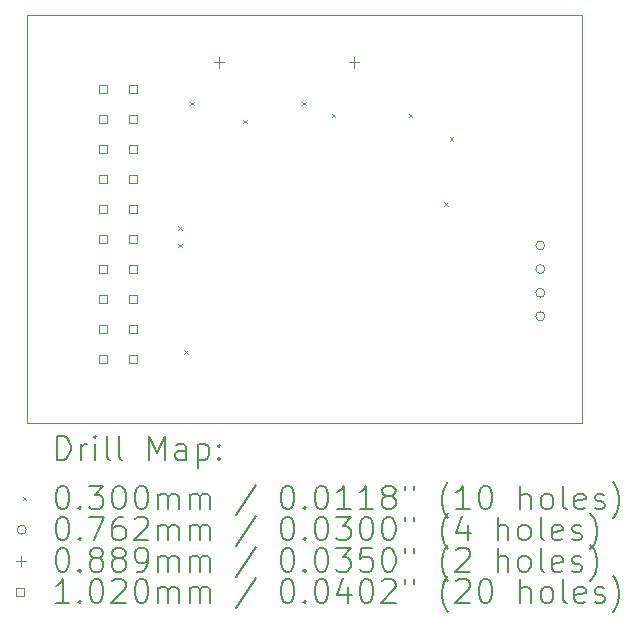
<source format=gbr>
%TF.GenerationSoftware,KiCad,Pcbnew,8.0.3*%
%TF.CreationDate,2024-11-23T22:22:21-05:00*%
%TF.ProjectId,MH24BN0001_hw,4d483234-424e-4303-9030-315f68772e6b,rev?*%
%TF.SameCoordinates,Original*%
%TF.FileFunction,Drillmap*%
%TF.FilePolarity,Positive*%
%FSLAX45Y45*%
G04 Gerber Fmt 4.5, Leading zero omitted, Abs format (unit mm)*
G04 Created by KiCad (PCBNEW 8.0.3) date 2024-11-23 22:22:21*
%MOMM*%
%LPD*%
G01*
G04 APERTURE LIST*
%ADD10C,0.050000*%
%ADD11C,0.200000*%
%ADD12C,0.100000*%
%ADD13C,0.102000*%
G04 APERTURE END LIST*
D10*
X2550000Y-2550000D02*
X7250000Y-2550000D01*
X7250000Y-6000000D01*
X2550000Y-6000000D01*
X2550000Y-2550000D01*
D11*
D12*
X3835000Y-4335000D02*
X3865000Y-4365000D01*
X3865000Y-4335000D02*
X3835000Y-4365000D01*
X3835000Y-4485000D02*
X3865000Y-4515000D01*
X3865000Y-4485000D02*
X3835000Y-4515000D01*
X3885000Y-5385000D02*
X3915000Y-5415000D01*
X3915000Y-5385000D02*
X3885000Y-5415000D01*
X3935000Y-3285000D02*
X3965000Y-3315000D01*
X3965000Y-3285000D02*
X3935000Y-3315000D01*
X4385000Y-3435000D02*
X4415000Y-3465000D01*
X4415000Y-3435000D02*
X4385000Y-3465000D01*
X4885000Y-3285000D02*
X4915000Y-3315000D01*
X4915000Y-3285000D02*
X4885000Y-3315000D01*
X5135000Y-3385000D02*
X5165000Y-3415000D01*
X5165000Y-3385000D02*
X5135000Y-3415000D01*
X5785000Y-3385000D02*
X5815000Y-3415000D01*
X5815000Y-3385000D02*
X5785000Y-3415000D01*
X6085000Y-4135000D02*
X6115000Y-4165000D01*
X6115000Y-4135000D02*
X6085000Y-4165000D01*
X6135000Y-3585000D02*
X6165000Y-3615000D01*
X6165000Y-3585000D02*
X6135000Y-3615000D01*
X6938100Y-4500000D02*
G75*
G02*
X6861900Y-4500000I-38100J0D01*
G01*
X6861900Y-4500000D02*
G75*
G02*
X6938100Y-4500000I38100J0D01*
G01*
X6938100Y-4700000D02*
G75*
G02*
X6861900Y-4700000I-38100J0D01*
G01*
X6861900Y-4700000D02*
G75*
G02*
X6938100Y-4700000I38100J0D01*
G01*
X6938100Y-4900000D02*
G75*
G02*
X6861900Y-4900000I-38100J0D01*
G01*
X6861900Y-4900000D02*
G75*
G02*
X6938100Y-4900000I38100J0D01*
G01*
X6938100Y-5100000D02*
G75*
G02*
X6861900Y-5100000I-38100J0D01*
G01*
X6861900Y-5100000D02*
G75*
G02*
X6938100Y-5100000I38100J0D01*
G01*
X4178500Y-2905550D02*
X4178500Y-2994450D01*
X4134050Y-2950000D02*
X4222950Y-2950000D01*
X5321500Y-2905550D02*
X5321500Y-2994450D01*
X5277050Y-2950000D02*
X5365950Y-2950000D01*
D13*
X3232063Y-3212063D02*
X3232063Y-3139937D01*
X3159937Y-3139937D01*
X3159937Y-3212063D01*
X3232063Y-3212063D01*
X3232063Y-3466063D02*
X3232063Y-3393937D01*
X3159937Y-3393937D01*
X3159937Y-3466063D01*
X3232063Y-3466063D01*
X3232063Y-3720063D02*
X3232063Y-3647937D01*
X3159937Y-3647937D01*
X3159937Y-3720063D01*
X3232063Y-3720063D01*
X3232063Y-3974063D02*
X3232063Y-3901937D01*
X3159937Y-3901937D01*
X3159937Y-3974063D01*
X3232063Y-3974063D01*
X3232063Y-4228063D02*
X3232063Y-4155937D01*
X3159937Y-4155937D01*
X3159937Y-4228063D01*
X3232063Y-4228063D01*
X3232063Y-4482063D02*
X3232063Y-4409937D01*
X3159937Y-4409937D01*
X3159937Y-4482063D01*
X3232063Y-4482063D01*
X3232063Y-4736063D02*
X3232063Y-4663937D01*
X3159937Y-4663937D01*
X3159937Y-4736063D01*
X3232063Y-4736063D01*
X3232063Y-4990063D02*
X3232063Y-4917937D01*
X3159937Y-4917937D01*
X3159937Y-4990063D01*
X3232063Y-4990063D01*
X3232063Y-5244063D02*
X3232063Y-5171937D01*
X3159937Y-5171937D01*
X3159937Y-5244063D01*
X3232063Y-5244063D01*
X3232063Y-5498063D02*
X3232063Y-5425937D01*
X3159937Y-5425937D01*
X3159937Y-5498063D01*
X3232063Y-5498063D01*
X3486063Y-3212063D02*
X3486063Y-3139937D01*
X3413937Y-3139937D01*
X3413937Y-3212063D01*
X3486063Y-3212063D01*
X3486063Y-3466063D02*
X3486063Y-3393937D01*
X3413937Y-3393937D01*
X3413937Y-3466063D01*
X3486063Y-3466063D01*
X3486063Y-3720063D02*
X3486063Y-3647937D01*
X3413937Y-3647937D01*
X3413937Y-3720063D01*
X3486063Y-3720063D01*
X3486063Y-3974063D02*
X3486063Y-3901937D01*
X3413937Y-3901937D01*
X3413937Y-3974063D01*
X3486063Y-3974063D01*
X3486063Y-4228063D02*
X3486063Y-4155937D01*
X3413937Y-4155937D01*
X3413937Y-4228063D01*
X3486063Y-4228063D01*
X3486063Y-4482063D02*
X3486063Y-4409937D01*
X3413937Y-4409937D01*
X3413937Y-4482063D01*
X3486063Y-4482063D01*
X3486063Y-4736063D02*
X3486063Y-4663937D01*
X3413937Y-4663937D01*
X3413937Y-4736063D01*
X3486063Y-4736063D01*
X3486063Y-4990063D02*
X3486063Y-4917937D01*
X3413937Y-4917937D01*
X3413937Y-4990063D01*
X3486063Y-4990063D01*
X3486063Y-5244063D02*
X3486063Y-5171937D01*
X3413937Y-5171937D01*
X3413937Y-5244063D01*
X3486063Y-5244063D01*
X3486063Y-5498063D02*
X3486063Y-5425937D01*
X3413937Y-5425937D01*
X3413937Y-5498063D01*
X3486063Y-5498063D01*
D11*
X2808277Y-6313984D02*
X2808277Y-6113984D01*
X2808277Y-6113984D02*
X2855896Y-6113984D01*
X2855896Y-6113984D02*
X2884467Y-6123508D01*
X2884467Y-6123508D02*
X2903515Y-6142555D01*
X2903515Y-6142555D02*
X2913039Y-6161603D01*
X2913039Y-6161603D02*
X2922562Y-6199698D01*
X2922562Y-6199698D02*
X2922562Y-6228269D01*
X2922562Y-6228269D02*
X2913039Y-6266365D01*
X2913039Y-6266365D02*
X2903515Y-6285412D01*
X2903515Y-6285412D02*
X2884467Y-6304460D01*
X2884467Y-6304460D02*
X2855896Y-6313984D01*
X2855896Y-6313984D02*
X2808277Y-6313984D01*
X3008277Y-6313984D02*
X3008277Y-6180650D01*
X3008277Y-6218746D02*
X3017801Y-6199698D01*
X3017801Y-6199698D02*
X3027324Y-6190174D01*
X3027324Y-6190174D02*
X3046372Y-6180650D01*
X3046372Y-6180650D02*
X3065420Y-6180650D01*
X3132086Y-6313984D02*
X3132086Y-6180650D01*
X3132086Y-6113984D02*
X3122562Y-6123508D01*
X3122562Y-6123508D02*
X3132086Y-6133031D01*
X3132086Y-6133031D02*
X3141610Y-6123508D01*
X3141610Y-6123508D02*
X3132086Y-6113984D01*
X3132086Y-6113984D02*
X3132086Y-6133031D01*
X3255896Y-6313984D02*
X3236848Y-6304460D01*
X3236848Y-6304460D02*
X3227324Y-6285412D01*
X3227324Y-6285412D02*
X3227324Y-6113984D01*
X3360658Y-6313984D02*
X3341610Y-6304460D01*
X3341610Y-6304460D02*
X3332086Y-6285412D01*
X3332086Y-6285412D02*
X3332086Y-6113984D01*
X3589229Y-6313984D02*
X3589229Y-6113984D01*
X3589229Y-6113984D02*
X3655896Y-6256841D01*
X3655896Y-6256841D02*
X3722562Y-6113984D01*
X3722562Y-6113984D02*
X3722562Y-6313984D01*
X3903515Y-6313984D02*
X3903515Y-6209222D01*
X3903515Y-6209222D02*
X3893991Y-6190174D01*
X3893991Y-6190174D02*
X3874943Y-6180650D01*
X3874943Y-6180650D02*
X3836848Y-6180650D01*
X3836848Y-6180650D02*
X3817801Y-6190174D01*
X3903515Y-6304460D02*
X3884467Y-6313984D01*
X3884467Y-6313984D02*
X3836848Y-6313984D01*
X3836848Y-6313984D02*
X3817801Y-6304460D01*
X3817801Y-6304460D02*
X3808277Y-6285412D01*
X3808277Y-6285412D02*
X3808277Y-6266365D01*
X3808277Y-6266365D02*
X3817801Y-6247317D01*
X3817801Y-6247317D02*
X3836848Y-6237793D01*
X3836848Y-6237793D02*
X3884467Y-6237793D01*
X3884467Y-6237793D02*
X3903515Y-6228269D01*
X3998753Y-6180650D02*
X3998753Y-6380650D01*
X3998753Y-6190174D02*
X4017801Y-6180650D01*
X4017801Y-6180650D02*
X4055896Y-6180650D01*
X4055896Y-6180650D02*
X4074943Y-6190174D01*
X4074943Y-6190174D02*
X4084467Y-6199698D01*
X4084467Y-6199698D02*
X4093991Y-6218746D01*
X4093991Y-6218746D02*
X4093991Y-6275888D01*
X4093991Y-6275888D02*
X4084467Y-6294936D01*
X4084467Y-6294936D02*
X4074943Y-6304460D01*
X4074943Y-6304460D02*
X4055896Y-6313984D01*
X4055896Y-6313984D02*
X4017801Y-6313984D01*
X4017801Y-6313984D02*
X3998753Y-6304460D01*
X4179705Y-6294936D02*
X4189229Y-6304460D01*
X4189229Y-6304460D02*
X4179705Y-6313984D01*
X4179705Y-6313984D02*
X4170182Y-6304460D01*
X4170182Y-6304460D02*
X4179705Y-6294936D01*
X4179705Y-6294936D02*
X4179705Y-6313984D01*
X4179705Y-6190174D02*
X4189229Y-6199698D01*
X4189229Y-6199698D02*
X4179705Y-6209222D01*
X4179705Y-6209222D02*
X4170182Y-6199698D01*
X4170182Y-6199698D02*
X4179705Y-6190174D01*
X4179705Y-6190174D02*
X4179705Y-6209222D01*
D12*
X2517500Y-6627500D02*
X2547500Y-6657500D01*
X2547500Y-6627500D02*
X2517500Y-6657500D01*
D11*
X2846372Y-6533984D02*
X2865420Y-6533984D01*
X2865420Y-6533984D02*
X2884467Y-6543508D01*
X2884467Y-6543508D02*
X2893991Y-6553031D01*
X2893991Y-6553031D02*
X2903515Y-6572079D01*
X2903515Y-6572079D02*
X2913039Y-6610174D01*
X2913039Y-6610174D02*
X2913039Y-6657793D01*
X2913039Y-6657793D02*
X2903515Y-6695888D01*
X2903515Y-6695888D02*
X2893991Y-6714936D01*
X2893991Y-6714936D02*
X2884467Y-6724460D01*
X2884467Y-6724460D02*
X2865420Y-6733984D01*
X2865420Y-6733984D02*
X2846372Y-6733984D01*
X2846372Y-6733984D02*
X2827324Y-6724460D01*
X2827324Y-6724460D02*
X2817801Y-6714936D01*
X2817801Y-6714936D02*
X2808277Y-6695888D01*
X2808277Y-6695888D02*
X2798753Y-6657793D01*
X2798753Y-6657793D02*
X2798753Y-6610174D01*
X2798753Y-6610174D02*
X2808277Y-6572079D01*
X2808277Y-6572079D02*
X2817801Y-6553031D01*
X2817801Y-6553031D02*
X2827324Y-6543508D01*
X2827324Y-6543508D02*
X2846372Y-6533984D01*
X2998753Y-6714936D02*
X3008277Y-6724460D01*
X3008277Y-6724460D02*
X2998753Y-6733984D01*
X2998753Y-6733984D02*
X2989229Y-6724460D01*
X2989229Y-6724460D02*
X2998753Y-6714936D01*
X2998753Y-6714936D02*
X2998753Y-6733984D01*
X3074943Y-6533984D02*
X3198753Y-6533984D01*
X3198753Y-6533984D02*
X3132086Y-6610174D01*
X3132086Y-6610174D02*
X3160658Y-6610174D01*
X3160658Y-6610174D02*
X3179705Y-6619698D01*
X3179705Y-6619698D02*
X3189229Y-6629222D01*
X3189229Y-6629222D02*
X3198753Y-6648269D01*
X3198753Y-6648269D02*
X3198753Y-6695888D01*
X3198753Y-6695888D02*
X3189229Y-6714936D01*
X3189229Y-6714936D02*
X3179705Y-6724460D01*
X3179705Y-6724460D02*
X3160658Y-6733984D01*
X3160658Y-6733984D02*
X3103515Y-6733984D01*
X3103515Y-6733984D02*
X3084467Y-6724460D01*
X3084467Y-6724460D02*
X3074943Y-6714936D01*
X3322562Y-6533984D02*
X3341610Y-6533984D01*
X3341610Y-6533984D02*
X3360658Y-6543508D01*
X3360658Y-6543508D02*
X3370182Y-6553031D01*
X3370182Y-6553031D02*
X3379705Y-6572079D01*
X3379705Y-6572079D02*
X3389229Y-6610174D01*
X3389229Y-6610174D02*
X3389229Y-6657793D01*
X3389229Y-6657793D02*
X3379705Y-6695888D01*
X3379705Y-6695888D02*
X3370182Y-6714936D01*
X3370182Y-6714936D02*
X3360658Y-6724460D01*
X3360658Y-6724460D02*
X3341610Y-6733984D01*
X3341610Y-6733984D02*
X3322562Y-6733984D01*
X3322562Y-6733984D02*
X3303515Y-6724460D01*
X3303515Y-6724460D02*
X3293991Y-6714936D01*
X3293991Y-6714936D02*
X3284467Y-6695888D01*
X3284467Y-6695888D02*
X3274943Y-6657793D01*
X3274943Y-6657793D02*
X3274943Y-6610174D01*
X3274943Y-6610174D02*
X3284467Y-6572079D01*
X3284467Y-6572079D02*
X3293991Y-6553031D01*
X3293991Y-6553031D02*
X3303515Y-6543508D01*
X3303515Y-6543508D02*
X3322562Y-6533984D01*
X3513039Y-6533984D02*
X3532086Y-6533984D01*
X3532086Y-6533984D02*
X3551134Y-6543508D01*
X3551134Y-6543508D02*
X3560658Y-6553031D01*
X3560658Y-6553031D02*
X3570182Y-6572079D01*
X3570182Y-6572079D02*
X3579705Y-6610174D01*
X3579705Y-6610174D02*
X3579705Y-6657793D01*
X3579705Y-6657793D02*
X3570182Y-6695888D01*
X3570182Y-6695888D02*
X3560658Y-6714936D01*
X3560658Y-6714936D02*
X3551134Y-6724460D01*
X3551134Y-6724460D02*
X3532086Y-6733984D01*
X3532086Y-6733984D02*
X3513039Y-6733984D01*
X3513039Y-6733984D02*
X3493991Y-6724460D01*
X3493991Y-6724460D02*
X3484467Y-6714936D01*
X3484467Y-6714936D02*
X3474943Y-6695888D01*
X3474943Y-6695888D02*
X3465420Y-6657793D01*
X3465420Y-6657793D02*
X3465420Y-6610174D01*
X3465420Y-6610174D02*
X3474943Y-6572079D01*
X3474943Y-6572079D02*
X3484467Y-6553031D01*
X3484467Y-6553031D02*
X3493991Y-6543508D01*
X3493991Y-6543508D02*
X3513039Y-6533984D01*
X3665420Y-6733984D02*
X3665420Y-6600650D01*
X3665420Y-6619698D02*
X3674943Y-6610174D01*
X3674943Y-6610174D02*
X3693991Y-6600650D01*
X3693991Y-6600650D02*
X3722563Y-6600650D01*
X3722563Y-6600650D02*
X3741610Y-6610174D01*
X3741610Y-6610174D02*
X3751134Y-6629222D01*
X3751134Y-6629222D02*
X3751134Y-6733984D01*
X3751134Y-6629222D02*
X3760658Y-6610174D01*
X3760658Y-6610174D02*
X3779705Y-6600650D01*
X3779705Y-6600650D02*
X3808277Y-6600650D01*
X3808277Y-6600650D02*
X3827324Y-6610174D01*
X3827324Y-6610174D02*
X3836848Y-6629222D01*
X3836848Y-6629222D02*
X3836848Y-6733984D01*
X3932086Y-6733984D02*
X3932086Y-6600650D01*
X3932086Y-6619698D02*
X3941610Y-6610174D01*
X3941610Y-6610174D02*
X3960658Y-6600650D01*
X3960658Y-6600650D02*
X3989229Y-6600650D01*
X3989229Y-6600650D02*
X4008277Y-6610174D01*
X4008277Y-6610174D02*
X4017801Y-6629222D01*
X4017801Y-6629222D02*
X4017801Y-6733984D01*
X4017801Y-6629222D02*
X4027324Y-6610174D01*
X4027324Y-6610174D02*
X4046372Y-6600650D01*
X4046372Y-6600650D02*
X4074943Y-6600650D01*
X4074943Y-6600650D02*
X4093991Y-6610174D01*
X4093991Y-6610174D02*
X4103515Y-6629222D01*
X4103515Y-6629222D02*
X4103515Y-6733984D01*
X4493991Y-6524460D02*
X4322563Y-6781603D01*
X4751134Y-6533984D02*
X4770182Y-6533984D01*
X4770182Y-6533984D02*
X4789229Y-6543508D01*
X4789229Y-6543508D02*
X4798753Y-6553031D01*
X4798753Y-6553031D02*
X4808277Y-6572079D01*
X4808277Y-6572079D02*
X4817801Y-6610174D01*
X4817801Y-6610174D02*
X4817801Y-6657793D01*
X4817801Y-6657793D02*
X4808277Y-6695888D01*
X4808277Y-6695888D02*
X4798753Y-6714936D01*
X4798753Y-6714936D02*
X4789229Y-6724460D01*
X4789229Y-6724460D02*
X4770182Y-6733984D01*
X4770182Y-6733984D02*
X4751134Y-6733984D01*
X4751134Y-6733984D02*
X4732087Y-6724460D01*
X4732087Y-6724460D02*
X4722563Y-6714936D01*
X4722563Y-6714936D02*
X4713039Y-6695888D01*
X4713039Y-6695888D02*
X4703515Y-6657793D01*
X4703515Y-6657793D02*
X4703515Y-6610174D01*
X4703515Y-6610174D02*
X4713039Y-6572079D01*
X4713039Y-6572079D02*
X4722563Y-6553031D01*
X4722563Y-6553031D02*
X4732087Y-6543508D01*
X4732087Y-6543508D02*
X4751134Y-6533984D01*
X4903515Y-6714936D02*
X4913039Y-6724460D01*
X4913039Y-6724460D02*
X4903515Y-6733984D01*
X4903515Y-6733984D02*
X4893991Y-6724460D01*
X4893991Y-6724460D02*
X4903515Y-6714936D01*
X4903515Y-6714936D02*
X4903515Y-6733984D01*
X5036848Y-6533984D02*
X5055896Y-6533984D01*
X5055896Y-6533984D02*
X5074944Y-6543508D01*
X5074944Y-6543508D02*
X5084468Y-6553031D01*
X5084468Y-6553031D02*
X5093991Y-6572079D01*
X5093991Y-6572079D02*
X5103515Y-6610174D01*
X5103515Y-6610174D02*
X5103515Y-6657793D01*
X5103515Y-6657793D02*
X5093991Y-6695888D01*
X5093991Y-6695888D02*
X5084468Y-6714936D01*
X5084468Y-6714936D02*
X5074944Y-6724460D01*
X5074944Y-6724460D02*
X5055896Y-6733984D01*
X5055896Y-6733984D02*
X5036848Y-6733984D01*
X5036848Y-6733984D02*
X5017801Y-6724460D01*
X5017801Y-6724460D02*
X5008277Y-6714936D01*
X5008277Y-6714936D02*
X4998753Y-6695888D01*
X4998753Y-6695888D02*
X4989229Y-6657793D01*
X4989229Y-6657793D02*
X4989229Y-6610174D01*
X4989229Y-6610174D02*
X4998753Y-6572079D01*
X4998753Y-6572079D02*
X5008277Y-6553031D01*
X5008277Y-6553031D02*
X5017801Y-6543508D01*
X5017801Y-6543508D02*
X5036848Y-6533984D01*
X5293991Y-6733984D02*
X5179706Y-6733984D01*
X5236848Y-6733984D02*
X5236848Y-6533984D01*
X5236848Y-6533984D02*
X5217801Y-6562555D01*
X5217801Y-6562555D02*
X5198753Y-6581603D01*
X5198753Y-6581603D02*
X5179706Y-6591127D01*
X5484468Y-6733984D02*
X5370182Y-6733984D01*
X5427325Y-6733984D02*
X5427325Y-6533984D01*
X5427325Y-6533984D02*
X5408277Y-6562555D01*
X5408277Y-6562555D02*
X5389229Y-6581603D01*
X5389229Y-6581603D02*
X5370182Y-6591127D01*
X5598753Y-6619698D02*
X5579706Y-6610174D01*
X5579706Y-6610174D02*
X5570182Y-6600650D01*
X5570182Y-6600650D02*
X5560658Y-6581603D01*
X5560658Y-6581603D02*
X5560658Y-6572079D01*
X5560658Y-6572079D02*
X5570182Y-6553031D01*
X5570182Y-6553031D02*
X5579706Y-6543508D01*
X5579706Y-6543508D02*
X5598753Y-6533984D01*
X5598753Y-6533984D02*
X5636848Y-6533984D01*
X5636848Y-6533984D02*
X5655896Y-6543508D01*
X5655896Y-6543508D02*
X5665420Y-6553031D01*
X5665420Y-6553031D02*
X5674944Y-6572079D01*
X5674944Y-6572079D02*
X5674944Y-6581603D01*
X5674944Y-6581603D02*
X5665420Y-6600650D01*
X5665420Y-6600650D02*
X5655896Y-6610174D01*
X5655896Y-6610174D02*
X5636848Y-6619698D01*
X5636848Y-6619698D02*
X5598753Y-6619698D01*
X5598753Y-6619698D02*
X5579706Y-6629222D01*
X5579706Y-6629222D02*
X5570182Y-6638746D01*
X5570182Y-6638746D02*
X5560658Y-6657793D01*
X5560658Y-6657793D02*
X5560658Y-6695888D01*
X5560658Y-6695888D02*
X5570182Y-6714936D01*
X5570182Y-6714936D02*
X5579706Y-6724460D01*
X5579706Y-6724460D02*
X5598753Y-6733984D01*
X5598753Y-6733984D02*
X5636848Y-6733984D01*
X5636848Y-6733984D02*
X5655896Y-6724460D01*
X5655896Y-6724460D02*
X5665420Y-6714936D01*
X5665420Y-6714936D02*
X5674944Y-6695888D01*
X5674944Y-6695888D02*
X5674944Y-6657793D01*
X5674944Y-6657793D02*
X5665420Y-6638746D01*
X5665420Y-6638746D02*
X5655896Y-6629222D01*
X5655896Y-6629222D02*
X5636848Y-6619698D01*
X5751134Y-6533984D02*
X5751134Y-6572079D01*
X5827325Y-6533984D02*
X5827325Y-6572079D01*
X6122563Y-6810174D02*
X6113039Y-6800650D01*
X6113039Y-6800650D02*
X6093991Y-6772079D01*
X6093991Y-6772079D02*
X6084468Y-6753031D01*
X6084468Y-6753031D02*
X6074944Y-6724460D01*
X6074944Y-6724460D02*
X6065420Y-6676841D01*
X6065420Y-6676841D02*
X6065420Y-6638746D01*
X6065420Y-6638746D02*
X6074944Y-6591127D01*
X6074944Y-6591127D02*
X6084468Y-6562555D01*
X6084468Y-6562555D02*
X6093991Y-6543508D01*
X6093991Y-6543508D02*
X6113039Y-6514936D01*
X6113039Y-6514936D02*
X6122563Y-6505412D01*
X6303515Y-6733984D02*
X6189229Y-6733984D01*
X6246372Y-6733984D02*
X6246372Y-6533984D01*
X6246372Y-6533984D02*
X6227325Y-6562555D01*
X6227325Y-6562555D02*
X6208277Y-6581603D01*
X6208277Y-6581603D02*
X6189229Y-6591127D01*
X6427325Y-6533984D02*
X6446372Y-6533984D01*
X6446372Y-6533984D02*
X6465420Y-6543508D01*
X6465420Y-6543508D02*
X6474944Y-6553031D01*
X6474944Y-6553031D02*
X6484468Y-6572079D01*
X6484468Y-6572079D02*
X6493991Y-6610174D01*
X6493991Y-6610174D02*
X6493991Y-6657793D01*
X6493991Y-6657793D02*
X6484468Y-6695888D01*
X6484468Y-6695888D02*
X6474944Y-6714936D01*
X6474944Y-6714936D02*
X6465420Y-6724460D01*
X6465420Y-6724460D02*
X6446372Y-6733984D01*
X6446372Y-6733984D02*
X6427325Y-6733984D01*
X6427325Y-6733984D02*
X6408277Y-6724460D01*
X6408277Y-6724460D02*
X6398753Y-6714936D01*
X6398753Y-6714936D02*
X6389229Y-6695888D01*
X6389229Y-6695888D02*
X6379706Y-6657793D01*
X6379706Y-6657793D02*
X6379706Y-6610174D01*
X6379706Y-6610174D02*
X6389229Y-6572079D01*
X6389229Y-6572079D02*
X6398753Y-6553031D01*
X6398753Y-6553031D02*
X6408277Y-6543508D01*
X6408277Y-6543508D02*
X6427325Y-6533984D01*
X6732087Y-6733984D02*
X6732087Y-6533984D01*
X6817801Y-6733984D02*
X6817801Y-6629222D01*
X6817801Y-6629222D02*
X6808277Y-6610174D01*
X6808277Y-6610174D02*
X6789230Y-6600650D01*
X6789230Y-6600650D02*
X6760658Y-6600650D01*
X6760658Y-6600650D02*
X6741610Y-6610174D01*
X6741610Y-6610174D02*
X6732087Y-6619698D01*
X6941610Y-6733984D02*
X6922563Y-6724460D01*
X6922563Y-6724460D02*
X6913039Y-6714936D01*
X6913039Y-6714936D02*
X6903515Y-6695888D01*
X6903515Y-6695888D02*
X6903515Y-6638746D01*
X6903515Y-6638746D02*
X6913039Y-6619698D01*
X6913039Y-6619698D02*
X6922563Y-6610174D01*
X6922563Y-6610174D02*
X6941610Y-6600650D01*
X6941610Y-6600650D02*
X6970182Y-6600650D01*
X6970182Y-6600650D02*
X6989230Y-6610174D01*
X6989230Y-6610174D02*
X6998753Y-6619698D01*
X6998753Y-6619698D02*
X7008277Y-6638746D01*
X7008277Y-6638746D02*
X7008277Y-6695888D01*
X7008277Y-6695888D02*
X6998753Y-6714936D01*
X6998753Y-6714936D02*
X6989230Y-6724460D01*
X6989230Y-6724460D02*
X6970182Y-6733984D01*
X6970182Y-6733984D02*
X6941610Y-6733984D01*
X7122563Y-6733984D02*
X7103515Y-6724460D01*
X7103515Y-6724460D02*
X7093991Y-6705412D01*
X7093991Y-6705412D02*
X7093991Y-6533984D01*
X7274944Y-6724460D02*
X7255896Y-6733984D01*
X7255896Y-6733984D02*
X7217801Y-6733984D01*
X7217801Y-6733984D02*
X7198753Y-6724460D01*
X7198753Y-6724460D02*
X7189230Y-6705412D01*
X7189230Y-6705412D02*
X7189230Y-6629222D01*
X7189230Y-6629222D02*
X7198753Y-6610174D01*
X7198753Y-6610174D02*
X7217801Y-6600650D01*
X7217801Y-6600650D02*
X7255896Y-6600650D01*
X7255896Y-6600650D02*
X7274944Y-6610174D01*
X7274944Y-6610174D02*
X7284468Y-6629222D01*
X7284468Y-6629222D02*
X7284468Y-6648269D01*
X7284468Y-6648269D02*
X7189230Y-6667317D01*
X7360658Y-6724460D02*
X7379706Y-6733984D01*
X7379706Y-6733984D02*
X7417801Y-6733984D01*
X7417801Y-6733984D02*
X7436849Y-6724460D01*
X7436849Y-6724460D02*
X7446372Y-6705412D01*
X7446372Y-6705412D02*
X7446372Y-6695888D01*
X7446372Y-6695888D02*
X7436849Y-6676841D01*
X7436849Y-6676841D02*
X7417801Y-6667317D01*
X7417801Y-6667317D02*
X7389230Y-6667317D01*
X7389230Y-6667317D02*
X7370182Y-6657793D01*
X7370182Y-6657793D02*
X7360658Y-6638746D01*
X7360658Y-6638746D02*
X7360658Y-6629222D01*
X7360658Y-6629222D02*
X7370182Y-6610174D01*
X7370182Y-6610174D02*
X7389230Y-6600650D01*
X7389230Y-6600650D02*
X7417801Y-6600650D01*
X7417801Y-6600650D02*
X7436849Y-6610174D01*
X7513039Y-6810174D02*
X7522563Y-6800650D01*
X7522563Y-6800650D02*
X7541611Y-6772079D01*
X7541611Y-6772079D02*
X7551134Y-6753031D01*
X7551134Y-6753031D02*
X7560658Y-6724460D01*
X7560658Y-6724460D02*
X7570182Y-6676841D01*
X7570182Y-6676841D02*
X7570182Y-6638746D01*
X7570182Y-6638746D02*
X7560658Y-6591127D01*
X7560658Y-6591127D02*
X7551134Y-6562555D01*
X7551134Y-6562555D02*
X7541611Y-6543508D01*
X7541611Y-6543508D02*
X7522563Y-6514936D01*
X7522563Y-6514936D02*
X7513039Y-6505412D01*
D12*
X2547500Y-6906500D02*
G75*
G02*
X2471300Y-6906500I-38100J0D01*
G01*
X2471300Y-6906500D02*
G75*
G02*
X2547500Y-6906500I38100J0D01*
G01*
D11*
X2846372Y-6797984D02*
X2865420Y-6797984D01*
X2865420Y-6797984D02*
X2884467Y-6807508D01*
X2884467Y-6807508D02*
X2893991Y-6817031D01*
X2893991Y-6817031D02*
X2903515Y-6836079D01*
X2903515Y-6836079D02*
X2913039Y-6874174D01*
X2913039Y-6874174D02*
X2913039Y-6921793D01*
X2913039Y-6921793D02*
X2903515Y-6959888D01*
X2903515Y-6959888D02*
X2893991Y-6978936D01*
X2893991Y-6978936D02*
X2884467Y-6988460D01*
X2884467Y-6988460D02*
X2865420Y-6997984D01*
X2865420Y-6997984D02*
X2846372Y-6997984D01*
X2846372Y-6997984D02*
X2827324Y-6988460D01*
X2827324Y-6988460D02*
X2817801Y-6978936D01*
X2817801Y-6978936D02*
X2808277Y-6959888D01*
X2808277Y-6959888D02*
X2798753Y-6921793D01*
X2798753Y-6921793D02*
X2798753Y-6874174D01*
X2798753Y-6874174D02*
X2808277Y-6836079D01*
X2808277Y-6836079D02*
X2817801Y-6817031D01*
X2817801Y-6817031D02*
X2827324Y-6807508D01*
X2827324Y-6807508D02*
X2846372Y-6797984D01*
X2998753Y-6978936D02*
X3008277Y-6988460D01*
X3008277Y-6988460D02*
X2998753Y-6997984D01*
X2998753Y-6997984D02*
X2989229Y-6988460D01*
X2989229Y-6988460D02*
X2998753Y-6978936D01*
X2998753Y-6978936D02*
X2998753Y-6997984D01*
X3074943Y-6797984D02*
X3208277Y-6797984D01*
X3208277Y-6797984D02*
X3122562Y-6997984D01*
X3370182Y-6797984D02*
X3332086Y-6797984D01*
X3332086Y-6797984D02*
X3313039Y-6807508D01*
X3313039Y-6807508D02*
X3303515Y-6817031D01*
X3303515Y-6817031D02*
X3284467Y-6845603D01*
X3284467Y-6845603D02*
X3274943Y-6883698D01*
X3274943Y-6883698D02*
X3274943Y-6959888D01*
X3274943Y-6959888D02*
X3284467Y-6978936D01*
X3284467Y-6978936D02*
X3293991Y-6988460D01*
X3293991Y-6988460D02*
X3313039Y-6997984D01*
X3313039Y-6997984D02*
X3351134Y-6997984D01*
X3351134Y-6997984D02*
X3370182Y-6988460D01*
X3370182Y-6988460D02*
X3379705Y-6978936D01*
X3379705Y-6978936D02*
X3389229Y-6959888D01*
X3389229Y-6959888D02*
X3389229Y-6912269D01*
X3389229Y-6912269D02*
X3379705Y-6893222D01*
X3379705Y-6893222D02*
X3370182Y-6883698D01*
X3370182Y-6883698D02*
X3351134Y-6874174D01*
X3351134Y-6874174D02*
X3313039Y-6874174D01*
X3313039Y-6874174D02*
X3293991Y-6883698D01*
X3293991Y-6883698D02*
X3284467Y-6893222D01*
X3284467Y-6893222D02*
X3274943Y-6912269D01*
X3465420Y-6817031D02*
X3474943Y-6807508D01*
X3474943Y-6807508D02*
X3493991Y-6797984D01*
X3493991Y-6797984D02*
X3541610Y-6797984D01*
X3541610Y-6797984D02*
X3560658Y-6807508D01*
X3560658Y-6807508D02*
X3570182Y-6817031D01*
X3570182Y-6817031D02*
X3579705Y-6836079D01*
X3579705Y-6836079D02*
X3579705Y-6855127D01*
X3579705Y-6855127D02*
X3570182Y-6883698D01*
X3570182Y-6883698D02*
X3455896Y-6997984D01*
X3455896Y-6997984D02*
X3579705Y-6997984D01*
X3665420Y-6997984D02*
X3665420Y-6864650D01*
X3665420Y-6883698D02*
X3674943Y-6874174D01*
X3674943Y-6874174D02*
X3693991Y-6864650D01*
X3693991Y-6864650D02*
X3722563Y-6864650D01*
X3722563Y-6864650D02*
X3741610Y-6874174D01*
X3741610Y-6874174D02*
X3751134Y-6893222D01*
X3751134Y-6893222D02*
X3751134Y-6997984D01*
X3751134Y-6893222D02*
X3760658Y-6874174D01*
X3760658Y-6874174D02*
X3779705Y-6864650D01*
X3779705Y-6864650D02*
X3808277Y-6864650D01*
X3808277Y-6864650D02*
X3827324Y-6874174D01*
X3827324Y-6874174D02*
X3836848Y-6893222D01*
X3836848Y-6893222D02*
X3836848Y-6997984D01*
X3932086Y-6997984D02*
X3932086Y-6864650D01*
X3932086Y-6883698D02*
X3941610Y-6874174D01*
X3941610Y-6874174D02*
X3960658Y-6864650D01*
X3960658Y-6864650D02*
X3989229Y-6864650D01*
X3989229Y-6864650D02*
X4008277Y-6874174D01*
X4008277Y-6874174D02*
X4017801Y-6893222D01*
X4017801Y-6893222D02*
X4017801Y-6997984D01*
X4017801Y-6893222D02*
X4027324Y-6874174D01*
X4027324Y-6874174D02*
X4046372Y-6864650D01*
X4046372Y-6864650D02*
X4074943Y-6864650D01*
X4074943Y-6864650D02*
X4093991Y-6874174D01*
X4093991Y-6874174D02*
X4103515Y-6893222D01*
X4103515Y-6893222D02*
X4103515Y-6997984D01*
X4493991Y-6788460D02*
X4322563Y-7045603D01*
X4751134Y-6797984D02*
X4770182Y-6797984D01*
X4770182Y-6797984D02*
X4789229Y-6807508D01*
X4789229Y-6807508D02*
X4798753Y-6817031D01*
X4798753Y-6817031D02*
X4808277Y-6836079D01*
X4808277Y-6836079D02*
X4817801Y-6874174D01*
X4817801Y-6874174D02*
X4817801Y-6921793D01*
X4817801Y-6921793D02*
X4808277Y-6959888D01*
X4808277Y-6959888D02*
X4798753Y-6978936D01*
X4798753Y-6978936D02*
X4789229Y-6988460D01*
X4789229Y-6988460D02*
X4770182Y-6997984D01*
X4770182Y-6997984D02*
X4751134Y-6997984D01*
X4751134Y-6997984D02*
X4732087Y-6988460D01*
X4732087Y-6988460D02*
X4722563Y-6978936D01*
X4722563Y-6978936D02*
X4713039Y-6959888D01*
X4713039Y-6959888D02*
X4703515Y-6921793D01*
X4703515Y-6921793D02*
X4703515Y-6874174D01*
X4703515Y-6874174D02*
X4713039Y-6836079D01*
X4713039Y-6836079D02*
X4722563Y-6817031D01*
X4722563Y-6817031D02*
X4732087Y-6807508D01*
X4732087Y-6807508D02*
X4751134Y-6797984D01*
X4903515Y-6978936D02*
X4913039Y-6988460D01*
X4913039Y-6988460D02*
X4903515Y-6997984D01*
X4903515Y-6997984D02*
X4893991Y-6988460D01*
X4893991Y-6988460D02*
X4903515Y-6978936D01*
X4903515Y-6978936D02*
X4903515Y-6997984D01*
X5036848Y-6797984D02*
X5055896Y-6797984D01*
X5055896Y-6797984D02*
X5074944Y-6807508D01*
X5074944Y-6807508D02*
X5084468Y-6817031D01*
X5084468Y-6817031D02*
X5093991Y-6836079D01*
X5093991Y-6836079D02*
X5103515Y-6874174D01*
X5103515Y-6874174D02*
X5103515Y-6921793D01*
X5103515Y-6921793D02*
X5093991Y-6959888D01*
X5093991Y-6959888D02*
X5084468Y-6978936D01*
X5084468Y-6978936D02*
X5074944Y-6988460D01*
X5074944Y-6988460D02*
X5055896Y-6997984D01*
X5055896Y-6997984D02*
X5036848Y-6997984D01*
X5036848Y-6997984D02*
X5017801Y-6988460D01*
X5017801Y-6988460D02*
X5008277Y-6978936D01*
X5008277Y-6978936D02*
X4998753Y-6959888D01*
X4998753Y-6959888D02*
X4989229Y-6921793D01*
X4989229Y-6921793D02*
X4989229Y-6874174D01*
X4989229Y-6874174D02*
X4998753Y-6836079D01*
X4998753Y-6836079D02*
X5008277Y-6817031D01*
X5008277Y-6817031D02*
X5017801Y-6807508D01*
X5017801Y-6807508D02*
X5036848Y-6797984D01*
X5170182Y-6797984D02*
X5293991Y-6797984D01*
X5293991Y-6797984D02*
X5227325Y-6874174D01*
X5227325Y-6874174D02*
X5255896Y-6874174D01*
X5255896Y-6874174D02*
X5274944Y-6883698D01*
X5274944Y-6883698D02*
X5284468Y-6893222D01*
X5284468Y-6893222D02*
X5293991Y-6912269D01*
X5293991Y-6912269D02*
X5293991Y-6959888D01*
X5293991Y-6959888D02*
X5284468Y-6978936D01*
X5284468Y-6978936D02*
X5274944Y-6988460D01*
X5274944Y-6988460D02*
X5255896Y-6997984D01*
X5255896Y-6997984D02*
X5198753Y-6997984D01*
X5198753Y-6997984D02*
X5179706Y-6988460D01*
X5179706Y-6988460D02*
X5170182Y-6978936D01*
X5417801Y-6797984D02*
X5436849Y-6797984D01*
X5436849Y-6797984D02*
X5455896Y-6807508D01*
X5455896Y-6807508D02*
X5465420Y-6817031D01*
X5465420Y-6817031D02*
X5474944Y-6836079D01*
X5474944Y-6836079D02*
X5484468Y-6874174D01*
X5484468Y-6874174D02*
X5484468Y-6921793D01*
X5484468Y-6921793D02*
X5474944Y-6959888D01*
X5474944Y-6959888D02*
X5465420Y-6978936D01*
X5465420Y-6978936D02*
X5455896Y-6988460D01*
X5455896Y-6988460D02*
X5436849Y-6997984D01*
X5436849Y-6997984D02*
X5417801Y-6997984D01*
X5417801Y-6997984D02*
X5398753Y-6988460D01*
X5398753Y-6988460D02*
X5389229Y-6978936D01*
X5389229Y-6978936D02*
X5379706Y-6959888D01*
X5379706Y-6959888D02*
X5370182Y-6921793D01*
X5370182Y-6921793D02*
X5370182Y-6874174D01*
X5370182Y-6874174D02*
X5379706Y-6836079D01*
X5379706Y-6836079D02*
X5389229Y-6817031D01*
X5389229Y-6817031D02*
X5398753Y-6807508D01*
X5398753Y-6807508D02*
X5417801Y-6797984D01*
X5608277Y-6797984D02*
X5627325Y-6797984D01*
X5627325Y-6797984D02*
X5646372Y-6807508D01*
X5646372Y-6807508D02*
X5655896Y-6817031D01*
X5655896Y-6817031D02*
X5665420Y-6836079D01*
X5665420Y-6836079D02*
X5674944Y-6874174D01*
X5674944Y-6874174D02*
X5674944Y-6921793D01*
X5674944Y-6921793D02*
X5665420Y-6959888D01*
X5665420Y-6959888D02*
X5655896Y-6978936D01*
X5655896Y-6978936D02*
X5646372Y-6988460D01*
X5646372Y-6988460D02*
X5627325Y-6997984D01*
X5627325Y-6997984D02*
X5608277Y-6997984D01*
X5608277Y-6997984D02*
X5589229Y-6988460D01*
X5589229Y-6988460D02*
X5579706Y-6978936D01*
X5579706Y-6978936D02*
X5570182Y-6959888D01*
X5570182Y-6959888D02*
X5560658Y-6921793D01*
X5560658Y-6921793D02*
X5560658Y-6874174D01*
X5560658Y-6874174D02*
X5570182Y-6836079D01*
X5570182Y-6836079D02*
X5579706Y-6817031D01*
X5579706Y-6817031D02*
X5589229Y-6807508D01*
X5589229Y-6807508D02*
X5608277Y-6797984D01*
X5751134Y-6797984D02*
X5751134Y-6836079D01*
X5827325Y-6797984D02*
X5827325Y-6836079D01*
X6122563Y-7074174D02*
X6113039Y-7064650D01*
X6113039Y-7064650D02*
X6093991Y-7036079D01*
X6093991Y-7036079D02*
X6084468Y-7017031D01*
X6084468Y-7017031D02*
X6074944Y-6988460D01*
X6074944Y-6988460D02*
X6065420Y-6940841D01*
X6065420Y-6940841D02*
X6065420Y-6902746D01*
X6065420Y-6902746D02*
X6074944Y-6855127D01*
X6074944Y-6855127D02*
X6084468Y-6826555D01*
X6084468Y-6826555D02*
X6093991Y-6807508D01*
X6093991Y-6807508D02*
X6113039Y-6778936D01*
X6113039Y-6778936D02*
X6122563Y-6769412D01*
X6284468Y-6864650D02*
X6284468Y-6997984D01*
X6236848Y-6788460D02*
X6189229Y-6931317D01*
X6189229Y-6931317D02*
X6313039Y-6931317D01*
X6541610Y-6997984D02*
X6541610Y-6797984D01*
X6627325Y-6997984D02*
X6627325Y-6893222D01*
X6627325Y-6893222D02*
X6617801Y-6874174D01*
X6617801Y-6874174D02*
X6598753Y-6864650D01*
X6598753Y-6864650D02*
X6570182Y-6864650D01*
X6570182Y-6864650D02*
X6551134Y-6874174D01*
X6551134Y-6874174D02*
X6541610Y-6883698D01*
X6751134Y-6997984D02*
X6732087Y-6988460D01*
X6732087Y-6988460D02*
X6722563Y-6978936D01*
X6722563Y-6978936D02*
X6713039Y-6959888D01*
X6713039Y-6959888D02*
X6713039Y-6902746D01*
X6713039Y-6902746D02*
X6722563Y-6883698D01*
X6722563Y-6883698D02*
X6732087Y-6874174D01*
X6732087Y-6874174D02*
X6751134Y-6864650D01*
X6751134Y-6864650D02*
X6779706Y-6864650D01*
X6779706Y-6864650D02*
X6798753Y-6874174D01*
X6798753Y-6874174D02*
X6808277Y-6883698D01*
X6808277Y-6883698D02*
X6817801Y-6902746D01*
X6817801Y-6902746D02*
X6817801Y-6959888D01*
X6817801Y-6959888D02*
X6808277Y-6978936D01*
X6808277Y-6978936D02*
X6798753Y-6988460D01*
X6798753Y-6988460D02*
X6779706Y-6997984D01*
X6779706Y-6997984D02*
X6751134Y-6997984D01*
X6932087Y-6997984D02*
X6913039Y-6988460D01*
X6913039Y-6988460D02*
X6903515Y-6969412D01*
X6903515Y-6969412D02*
X6903515Y-6797984D01*
X7084468Y-6988460D02*
X7065420Y-6997984D01*
X7065420Y-6997984D02*
X7027325Y-6997984D01*
X7027325Y-6997984D02*
X7008277Y-6988460D01*
X7008277Y-6988460D02*
X6998753Y-6969412D01*
X6998753Y-6969412D02*
X6998753Y-6893222D01*
X6998753Y-6893222D02*
X7008277Y-6874174D01*
X7008277Y-6874174D02*
X7027325Y-6864650D01*
X7027325Y-6864650D02*
X7065420Y-6864650D01*
X7065420Y-6864650D02*
X7084468Y-6874174D01*
X7084468Y-6874174D02*
X7093991Y-6893222D01*
X7093991Y-6893222D02*
X7093991Y-6912269D01*
X7093991Y-6912269D02*
X6998753Y-6931317D01*
X7170182Y-6988460D02*
X7189230Y-6997984D01*
X7189230Y-6997984D02*
X7227325Y-6997984D01*
X7227325Y-6997984D02*
X7246372Y-6988460D01*
X7246372Y-6988460D02*
X7255896Y-6969412D01*
X7255896Y-6969412D02*
X7255896Y-6959888D01*
X7255896Y-6959888D02*
X7246372Y-6940841D01*
X7246372Y-6940841D02*
X7227325Y-6931317D01*
X7227325Y-6931317D02*
X7198753Y-6931317D01*
X7198753Y-6931317D02*
X7179706Y-6921793D01*
X7179706Y-6921793D02*
X7170182Y-6902746D01*
X7170182Y-6902746D02*
X7170182Y-6893222D01*
X7170182Y-6893222D02*
X7179706Y-6874174D01*
X7179706Y-6874174D02*
X7198753Y-6864650D01*
X7198753Y-6864650D02*
X7227325Y-6864650D01*
X7227325Y-6864650D02*
X7246372Y-6874174D01*
X7322563Y-7074174D02*
X7332087Y-7064650D01*
X7332087Y-7064650D02*
X7351134Y-7036079D01*
X7351134Y-7036079D02*
X7360658Y-7017031D01*
X7360658Y-7017031D02*
X7370182Y-6988460D01*
X7370182Y-6988460D02*
X7379706Y-6940841D01*
X7379706Y-6940841D02*
X7379706Y-6902746D01*
X7379706Y-6902746D02*
X7370182Y-6855127D01*
X7370182Y-6855127D02*
X7360658Y-6826555D01*
X7360658Y-6826555D02*
X7351134Y-6807508D01*
X7351134Y-6807508D02*
X7332087Y-6778936D01*
X7332087Y-6778936D02*
X7322563Y-6769412D01*
D12*
X2503050Y-7126050D02*
X2503050Y-7214950D01*
X2458600Y-7170500D02*
X2547500Y-7170500D01*
D11*
X2846372Y-7061984D02*
X2865420Y-7061984D01*
X2865420Y-7061984D02*
X2884467Y-7071508D01*
X2884467Y-7071508D02*
X2893991Y-7081031D01*
X2893991Y-7081031D02*
X2903515Y-7100079D01*
X2903515Y-7100079D02*
X2913039Y-7138174D01*
X2913039Y-7138174D02*
X2913039Y-7185793D01*
X2913039Y-7185793D02*
X2903515Y-7223888D01*
X2903515Y-7223888D02*
X2893991Y-7242936D01*
X2893991Y-7242936D02*
X2884467Y-7252460D01*
X2884467Y-7252460D02*
X2865420Y-7261984D01*
X2865420Y-7261984D02*
X2846372Y-7261984D01*
X2846372Y-7261984D02*
X2827324Y-7252460D01*
X2827324Y-7252460D02*
X2817801Y-7242936D01*
X2817801Y-7242936D02*
X2808277Y-7223888D01*
X2808277Y-7223888D02*
X2798753Y-7185793D01*
X2798753Y-7185793D02*
X2798753Y-7138174D01*
X2798753Y-7138174D02*
X2808277Y-7100079D01*
X2808277Y-7100079D02*
X2817801Y-7081031D01*
X2817801Y-7081031D02*
X2827324Y-7071508D01*
X2827324Y-7071508D02*
X2846372Y-7061984D01*
X2998753Y-7242936D02*
X3008277Y-7252460D01*
X3008277Y-7252460D02*
X2998753Y-7261984D01*
X2998753Y-7261984D02*
X2989229Y-7252460D01*
X2989229Y-7252460D02*
X2998753Y-7242936D01*
X2998753Y-7242936D02*
X2998753Y-7261984D01*
X3122562Y-7147698D02*
X3103515Y-7138174D01*
X3103515Y-7138174D02*
X3093991Y-7128650D01*
X3093991Y-7128650D02*
X3084467Y-7109603D01*
X3084467Y-7109603D02*
X3084467Y-7100079D01*
X3084467Y-7100079D02*
X3093991Y-7081031D01*
X3093991Y-7081031D02*
X3103515Y-7071508D01*
X3103515Y-7071508D02*
X3122562Y-7061984D01*
X3122562Y-7061984D02*
X3160658Y-7061984D01*
X3160658Y-7061984D02*
X3179705Y-7071508D01*
X3179705Y-7071508D02*
X3189229Y-7081031D01*
X3189229Y-7081031D02*
X3198753Y-7100079D01*
X3198753Y-7100079D02*
X3198753Y-7109603D01*
X3198753Y-7109603D02*
X3189229Y-7128650D01*
X3189229Y-7128650D02*
X3179705Y-7138174D01*
X3179705Y-7138174D02*
X3160658Y-7147698D01*
X3160658Y-7147698D02*
X3122562Y-7147698D01*
X3122562Y-7147698D02*
X3103515Y-7157222D01*
X3103515Y-7157222D02*
X3093991Y-7166746D01*
X3093991Y-7166746D02*
X3084467Y-7185793D01*
X3084467Y-7185793D02*
X3084467Y-7223888D01*
X3084467Y-7223888D02*
X3093991Y-7242936D01*
X3093991Y-7242936D02*
X3103515Y-7252460D01*
X3103515Y-7252460D02*
X3122562Y-7261984D01*
X3122562Y-7261984D02*
X3160658Y-7261984D01*
X3160658Y-7261984D02*
X3179705Y-7252460D01*
X3179705Y-7252460D02*
X3189229Y-7242936D01*
X3189229Y-7242936D02*
X3198753Y-7223888D01*
X3198753Y-7223888D02*
X3198753Y-7185793D01*
X3198753Y-7185793D02*
X3189229Y-7166746D01*
X3189229Y-7166746D02*
X3179705Y-7157222D01*
X3179705Y-7157222D02*
X3160658Y-7147698D01*
X3313039Y-7147698D02*
X3293991Y-7138174D01*
X3293991Y-7138174D02*
X3284467Y-7128650D01*
X3284467Y-7128650D02*
X3274943Y-7109603D01*
X3274943Y-7109603D02*
X3274943Y-7100079D01*
X3274943Y-7100079D02*
X3284467Y-7081031D01*
X3284467Y-7081031D02*
X3293991Y-7071508D01*
X3293991Y-7071508D02*
X3313039Y-7061984D01*
X3313039Y-7061984D02*
X3351134Y-7061984D01*
X3351134Y-7061984D02*
X3370182Y-7071508D01*
X3370182Y-7071508D02*
X3379705Y-7081031D01*
X3379705Y-7081031D02*
X3389229Y-7100079D01*
X3389229Y-7100079D02*
X3389229Y-7109603D01*
X3389229Y-7109603D02*
X3379705Y-7128650D01*
X3379705Y-7128650D02*
X3370182Y-7138174D01*
X3370182Y-7138174D02*
X3351134Y-7147698D01*
X3351134Y-7147698D02*
X3313039Y-7147698D01*
X3313039Y-7147698D02*
X3293991Y-7157222D01*
X3293991Y-7157222D02*
X3284467Y-7166746D01*
X3284467Y-7166746D02*
X3274943Y-7185793D01*
X3274943Y-7185793D02*
X3274943Y-7223888D01*
X3274943Y-7223888D02*
X3284467Y-7242936D01*
X3284467Y-7242936D02*
X3293991Y-7252460D01*
X3293991Y-7252460D02*
X3313039Y-7261984D01*
X3313039Y-7261984D02*
X3351134Y-7261984D01*
X3351134Y-7261984D02*
X3370182Y-7252460D01*
X3370182Y-7252460D02*
X3379705Y-7242936D01*
X3379705Y-7242936D02*
X3389229Y-7223888D01*
X3389229Y-7223888D02*
X3389229Y-7185793D01*
X3389229Y-7185793D02*
X3379705Y-7166746D01*
X3379705Y-7166746D02*
X3370182Y-7157222D01*
X3370182Y-7157222D02*
X3351134Y-7147698D01*
X3484467Y-7261984D02*
X3522562Y-7261984D01*
X3522562Y-7261984D02*
X3541610Y-7252460D01*
X3541610Y-7252460D02*
X3551134Y-7242936D01*
X3551134Y-7242936D02*
X3570182Y-7214365D01*
X3570182Y-7214365D02*
X3579705Y-7176269D01*
X3579705Y-7176269D02*
X3579705Y-7100079D01*
X3579705Y-7100079D02*
X3570182Y-7081031D01*
X3570182Y-7081031D02*
X3560658Y-7071508D01*
X3560658Y-7071508D02*
X3541610Y-7061984D01*
X3541610Y-7061984D02*
X3503515Y-7061984D01*
X3503515Y-7061984D02*
X3484467Y-7071508D01*
X3484467Y-7071508D02*
X3474943Y-7081031D01*
X3474943Y-7081031D02*
X3465420Y-7100079D01*
X3465420Y-7100079D02*
X3465420Y-7147698D01*
X3465420Y-7147698D02*
X3474943Y-7166746D01*
X3474943Y-7166746D02*
X3484467Y-7176269D01*
X3484467Y-7176269D02*
X3503515Y-7185793D01*
X3503515Y-7185793D02*
X3541610Y-7185793D01*
X3541610Y-7185793D02*
X3560658Y-7176269D01*
X3560658Y-7176269D02*
X3570182Y-7166746D01*
X3570182Y-7166746D02*
X3579705Y-7147698D01*
X3665420Y-7261984D02*
X3665420Y-7128650D01*
X3665420Y-7147698D02*
X3674943Y-7138174D01*
X3674943Y-7138174D02*
X3693991Y-7128650D01*
X3693991Y-7128650D02*
X3722563Y-7128650D01*
X3722563Y-7128650D02*
X3741610Y-7138174D01*
X3741610Y-7138174D02*
X3751134Y-7157222D01*
X3751134Y-7157222D02*
X3751134Y-7261984D01*
X3751134Y-7157222D02*
X3760658Y-7138174D01*
X3760658Y-7138174D02*
X3779705Y-7128650D01*
X3779705Y-7128650D02*
X3808277Y-7128650D01*
X3808277Y-7128650D02*
X3827324Y-7138174D01*
X3827324Y-7138174D02*
X3836848Y-7157222D01*
X3836848Y-7157222D02*
X3836848Y-7261984D01*
X3932086Y-7261984D02*
X3932086Y-7128650D01*
X3932086Y-7147698D02*
X3941610Y-7138174D01*
X3941610Y-7138174D02*
X3960658Y-7128650D01*
X3960658Y-7128650D02*
X3989229Y-7128650D01*
X3989229Y-7128650D02*
X4008277Y-7138174D01*
X4008277Y-7138174D02*
X4017801Y-7157222D01*
X4017801Y-7157222D02*
X4017801Y-7261984D01*
X4017801Y-7157222D02*
X4027324Y-7138174D01*
X4027324Y-7138174D02*
X4046372Y-7128650D01*
X4046372Y-7128650D02*
X4074943Y-7128650D01*
X4074943Y-7128650D02*
X4093991Y-7138174D01*
X4093991Y-7138174D02*
X4103515Y-7157222D01*
X4103515Y-7157222D02*
X4103515Y-7261984D01*
X4493991Y-7052460D02*
X4322563Y-7309603D01*
X4751134Y-7061984D02*
X4770182Y-7061984D01*
X4770182Y-7061984D02*
X4789229Y-7071508D01*
X4789229Y-7071508D02*
X4798753Y-7081031D01*
X4798753Y-7081031D02*
X4808277Y-7100079D01*
X4808277Y-7100079D02*
X4817801Y-7138174D01*
X4817801Y-7138174D02*
X4817801Y-7185793D01*
X4817801Y-7185793D02*
X4808277Y-7223888D01*
X4808277Y-7223888D02*
X4798753Y-7242936D01*
X4798753Y-7242936D02*
X4789229Y-7252460D01*
X4789229Y-7252460D02*
X4770182Y-7261984D01*
X4770182Y-7261984D02*
X4751134Y-7261984D01*
X4751134Y-7261984D02*
X4732087Y-7252460D01*
X4732087Y-7252460D02*
X4722563Y-7242936D01*
X4722563Y-7242936D02*
X4713039Y-7223888D01*
X4713039Y-7223888D02*
X4703515Y-7185793D01*
X4703515Y-7185793D02*
X4703515Y-7138174D01*
X4703515Y-7138174D02*
X4713039Y-7100079D01*
X4713039Y-7100079D02*
X4722563Y-7081031D01*
X4722563Y-7081031D02*
X4732087Y-7071508D01*
X4732087Y-7071508D02*
X4751134Y-7061984D01*
X4903515Y-7242936D02*
X4913039Y-7252460D01*
X4913039Y-7252460D02*
X4903515Y-7261984D01*
X4903515Y-7261984D02*
X4893991Y-7252460D01*
X4893991Y-7252460D02*
X4903515Y-7242936D01*
X4903515Y-7242936D02*
X4903515Y-7261984D01*
X5036848Y-7061984D02*
X5055896Y-7061984D01*
X5055896Y-7061984D02*
X5074944Y-7071508D01*
X5074944Y-7071508D02*
X5084468Y-7081031D01*
X5084468Y-7081031D02*
X5093991Y-7100079D01*
X5093991Y-7100079D02*
X5103515Y-7138174D01*
X5103515Y-7138174D02*
X5103515Y-7185793D01*
X5103515Y-7185793D02*
X5093991Y-7223888D01*
X5093991Y-7223888D02*
X5084468Y-7242936D01*
X5084468Y-7242936D02*
X5074944Y-7252460D01*
X5074944Y-7252460D02*
X5055896Y-7261984D01*
X5055896Y-7261984D02*
X5036848Y-7261984D01*
X5036848Y-7261984D02*
X5017801Y-7252460D01*
X5017801Y-7252460D02*
X5008277Y-7242936D01*
X5008277Y-7242936D02*
X4998753Y-7223888D01*
X4998753Y-7223888D02*
X4989229Y-7185793D01*
X4989229Y-7185793D02*
X4989229Y-7138174D01*
X4989229Y-7138174D02*
X4998753Y-7100079D01*
X4998753Y-7100079D02*
X5008277Y-7081031D01*
X5008277Y-7081031D02*
X5017801Y-7071508D01*
X5017801Y-7071508D02*
X5036848Y-7061984D01*
X5170182Y-7061984D02*
X5293991Y-7061984D01*
X5293991Y-7061984D02*
X5227325Y-7138174D01*
X5227325Y-7138174D02*
X5255896Y-7138174D01*
X5255896Y-7138174D02*
X5274944Y-7147698D01*
X5274944Y-7147698D02*
X5284468Y-7157222D01*
X5284468Y-7157222D02*
X5293991Y-7176269D01*
X5293991Y-7176269D02*
X5293991Y-7223888D01*
X5293991Y-7223888D02*
X5284468Y-7242936D01*
X5284468Y-7242936D02*
X5274944Y-7252460D01*
X5274944Y-7252460D02*
X5255896Y-7261984D01*
X5255896Y-7261984D02*
X5198753Y-7261984D01*
X5198753Y-7261984D02*
X5179706Y-7252460D01*
X5179706Y-7252460D02*
X5170182Y-7242936D01*
X5474944Y-7061984D02*
X5379706Y-7061984D01*
X5379706Y-7061984D02*
X5370182Y-7157222D01*
X5370182Y-7157222D02*
X5379706Y-7147698D01*
X5379706Y-7147698D02*
X5398753Y-7138174D01*
X5398753Y-7138174D02*
X5446372Y-7138174D01*
X5446372Y-7138174D02*
X5465420Y-7147698D01*
X5465420Y-7147698D02*
X5474944Y-7157222D01*
X5474944Y-7157222D02*
X5484468Y-7176269D01*
X5484468Y-7176269D02*
X5484468Y-7223888D01*
X5484468Y-7223888D02*
X5474944Y-7242936D01*
X5474944Y-7242936D02*
X5465420Y-7252460D01*
X5465420Y-7252460D02*
X5446372Y-7261984D01*
X5446372Y-7261984D02*
X5398753Y-7261984D01*
X5398753Y-7261984D02*
X5379706Y-7252460D01*
X5379706Y-7252460D02*
X5370182Y-7242936D01*
X5608277Y-7061984D02*
X5627325Y-7061984D01*
X5627325Y-7061984D02*
X5646372Y-7071508D01*
X5646372Y-7071508D02*
X5655896Y-7081031D01*
X5655896Y-7081031D02*
X5665420Y-7100079D01*
X5665420Y-7100079D02*
X5674944Y-7138174D01*
X5674944Y-7138174D02*
X5674944Y-7185793D01*
X5674944Y-7185793D02*
X5665420Y-7223888D01*
X5665420Y-7223888D02*
X5655896Y-7242936D01*
X5655896Y-7242936D02*
X5646372Y-7252460D01*
X5646372Y-7252460D02*
X5627325Y-7261984D01*
X5627325Y-7261984D02*
X5608277Y-7261984D01*
X5608277Y-7261984D02*
X5589229Y-7252460D01*
X5589229Y-7252460D02*
X5579706Y-7242936D01*
X5579706Y-7242936D02*
X5570182Y-7223888D01*
X5570182Y-7223888D02*
X5560658Y-7185793D01*
X5560658Y-7185793D02*
X5560658Y-7138174D01*
X5560658Y-7138174D02*
X5570182Y-7100079D01*
X5570182Y-7100079D02*
X5579706Y-7081031D01*
X5579706Y-7081031D02*
X5589229Y-7071508D01*
X5589229Y-7071508D02*
X5608277Y-7061984D01*
X5751134Y-7061984D02*
X5751134Y-7100079D01*
X5827325Y-7061984D02*
X5827325Y-7100079D01*
X6122563Y-7338174D02*
X6113039Y-7328650D01*
X6113039Y-7328650D02*
X6093991Y-7300079D01*
X6093991Y-7300079D02*
X6084468Y-7281031D01*
X6084468Y-7281031D02*
X6074944Y-7252460D01*
X6074944Y-7252460D02*
X6065420Y-7204841D01*
X6065420Y-7204841D02*
X6065420Y-7166746D01*
X6065420Y-7166746D02*
X6074944Y-7119127D01*
X6074944Y-7119127D02*
X6084468Y-7090555D01*
X6084468Y-7090555D02*
X6093991Y-7071508D01*
X6093991Y-7071508D02*
X6113039Y-7042936D01*
X6113039Y-7042936D02*
X6122563Y-7033412D01*
X6189229Y-7081031D02*
X6198753Y-7071508D01*
X6198753Y-7071508D02*
X6217801Y-7061984D01*
X6217801Y-7061984D02*
X6265420Y-7061984D01*
X6265420Y-7061984D02*
X6284468Y-7071508D01*
X6284468Y-7071508D02*
X6293991Y-7081031D01*
X6293991Y-7081031D02*
X6303515Y-7100079D01*
X6303515Y-7100079D02*
X6303515Y-7119127D01*
X6303515Y-7119127D02*
X6293991Y-7147698D01*
X6293991Y-7147698D02*
X6179706Y-7261984D01*
X6179706Y-7261984D02*
X6303515Y-7261984D01*
X6541610Y-7261984D02*
X6541610Y-7061984D01*
X6627325Y-7261984D02*
X6627325Y-7157222D01*
X6627325Y-7157222D02*
X6617801Y-7138174D01*
X6617801Y-7138174D02*
X6598753Y-7128650D01*
X6598753Y-7128650D02*
X6570182Y-7128650D01*
X6570182Y-7128650D02*
X6551134Y-7138174D01*
X6551134Y-7138174D02*
X6541610Y-7147698D01*
X6751134Y-7261984D02*
X6732087Y-7252460D01*
X6732087Y-7252460D02*
X6722563Y-7242936D01*
X6722563Y-7242936D02*
X6713039Y-7223888D01*
X6713039Y-7223888D02*
X6713039Y-7166746D01*
X6713039Y-7166746D02*
X6722563Y-7147698D01*
X6722563Y-7147698D02*
X6732087Y-7138174D01*
X6732087Y-7138174D02*
X6751134Y-7128650D01*
X6751134Y-7128650D02*
X6779706Y-7128650D01*
X6779706Y-7128650D02*
X6798753Y-7138174D01*
X6798753Y-7138174D02*
X6808277Y-7147698D01*
X6808277Y-7147698D02*
X6817801Y-7166746D01*
X6817801Y-7166746D02*
X6817801Y-7223888D01*
X6817801Y-7223888D02*
X6808277Y-7242936D01*
X6808277Y-7242936D02*
X6798753Y-7252460D01*
X6798753Y-7252460D02*
X6779706Y-7261984D01*
X6779706Y-7261984D02*
X6751134Y-7261984D01*
X6932087Y-7261984D02*
X6913039Y-7252460D01*
X6913039Y-7252460D02*
X6903515Y-7233412D01*
X6903515Y-7233412D02*
X6903515Y-7061984D01*
X7084468Y-7252460D02*
X7065420Y-7261984D01*
X7065420Y-7261984D02*
X7027325Y-7261984D01*
X7027325Y-7261984D02*
X7008277Y-7252460D01*
X7008277Y-7252460D02*
X6998753Y-7233412D01*
X6998753Y-7233412D02*
X6998753Y-7157222D01*
X6998753Y-7157222D02*
X7008277Y-7138174D01*
X7008277Y-7138174D02*
X7027325Y-7128650D01*
X7027325Y-7128650D02*
X7065420Y-7128650D01*
X7065420Y-7128650D02*
X7084468Y-7138174D01*
X7084468Y-7138174D02*
X7093991Y-7157222D01*
X7093991Y-7157222D02*
X7093991Y-7176269D01*
X7093991Y-7176269D02*
X6998753Y-7195317D01*
X7170182Y-7252460D02*
X7189230Y-7261984D01*
X7189230Y-7261984D02*
X7227325Y-7261984D01*
X7227325Y-7261984D02*
X7246372Y-7252460D01*
X7246372Y-7252460D02*
X7255896Y-7233412D01*
X7255896Y-7233412D02*
X7255896Y-7223888D01*
X7255896Y-7223888D02*
X7246372Y-7204841D01*
X7246372Y-7204841D02*
X7227325Y-7195317D01*
X7227325Y-7195317D02*
X7198753Y-7195317D01*
X7198753Y-7195317D02*
X7179706Y-7185793D01*
X7179706Y-7185793D02*
X7170182Y-7166746D01*
X7170182Y-7166746D02*
X7170182Y-7157222D01*
X7170182Y-7157222D02*
X7179706Y-7138174D01*
X7179706Y-7138174D02*
X7198753Y-7128650D01*
X7198753Y-7128650D02*
X7227325Y-7128650D01*
X7227325Y-7128650D02*
X7246372Y-7138174D01*
X7322563Y-7338174D02*
X7332087Y-7328650D01*
X7332087Y-7328650D02*
X7351134Y-7300079D01*
X7351134Y-7300079D02*
X7360658Y-7281031D01*
X7360658Y-7281031D02*
X7370182Y-7252460D01*
X7370182Y-7252460D02*
X7379706Y-7204841D01*
X7379706Y-7204841D02*
X7379706Y-7166746D01*
X7379706Y-7166746D02*
X7370182Y-7119127D01*
X7370182Y-7119127D02*
X7360658Y-7090555D01*
X7360658Y-7090555D02*
X7351134Y-7071508D01*
X7351134Y-7071508D02*
X7332087Y-7042936D01*
X7332087Y-7042936D02*
X7322563Y-7033412D01*
D13*
X2532563Y-7470563D02*
X2532563Y-7398437D01*
X2460437Y-7398437D01*
X2460437Y-7470563D01*
X2532563Y-7470563D01*
D11*
X2913039Y-7525984D02*
X2798753Y-7525984D01*
X2855896Y-7525984D02*
X2855896Y-7325984D01*
X2855896Y-7325984D02*
X2836848Y-7354555D01*
X2836848Y-7354555D02*
X2817801Y-7373603D01*
X2817801Y-7373603D02*
X2798753Y-7383127D01*
X2998753Y-7506936D02*
X3008277Y-7516460D01*
X3008277Y-7516460D02*
X2998753Y-7525984D01*
X2998753Y-7525984D02*
X2989229Y-7516460D01*
X2989229Y-7516460D02*
X2998753Y-7506936D01*
X2998753Y-7506936D02*
X2998753Y-7525984D01*
X3132086Y-7325984D02*
X3151134Y-7325984D01*
X3151134Y-7325984D02*
X3170182Y-7335508D01*
X3170182Y-7335508D02*
X3179705Y-7345031D01*
X3179705Y-7345031D02*
X3189229Y-7364079D01*
X3189229Y-7364079D02*
X3198753Y-7402174D01*
X3198753Y-7402174D02*
X3198753Y-7449793D01*
X3198753Y-7449793D02*
X3189229Y-7487888D01*
X3189229Y-7487888D02*
X3179705Y-7506936D01*
X3179705Y-7506936D02*
X3170182Y-7516460D01*
X3170182Y-7516460D02*
X3151134Y-7525984D01*
X3151134Y-7525984D02*
X3132086Y-7525984D01*
X3132086Y-7525984D02*
X3113039Y-7516460D01*
X3113039Y-7516460D02*
X3103515Y-7506936D01*
X3103515Y-7506936D02*
X3093991Y-7487888D01*
X3093991Y-7487888D02*
X3084467Y-7449793D01*
X3084467Y-7449793D02*
X3084467Y-7402174D01*
X3084467Y-7402174D02*
X3093991Y-7364079D01*
X3093991Y-7364079D02*
X3103515Y-7345031D01*
X3103515Y-7345031D02*
X3113039Y-7335508D01*
X3113039Y-7335508D02*
X3132086Y-7325984D01*
X3274943Y-7345031D02*
X3284467Y-7335508D01*
X3284467Y-7335508D02*
X3303515Y-7325984D01*
X3303515Y-7325984D02*
X3351134Y-7325984D01*
X3351134Y-7325984D02*
X3370182Y-7335508D01*
X3370182Y-7335508D02*
X3379705Y-7345031D01*
X3379705Y-7345031D02*
X3389229Y-7364079D01*
X3389229Y-7364079D02*
X3389229Y-7383127D01*
X3389229Y-7383127D02*
X3379705Y-7411698D01*
X3379705Y-7411698D02*
X3265420Y-7525984D01*
X3265420Y-7525984D02*
X3389229Y-7525984D01*
X3513039Y-7325984D02*
X3532086Y-7325984D01*
X3532086Y-7325984D02*
X3551134Y-7335508D01*
X3551134Y-7335508D02*
X3560658Y-7345031D01*
X3560658Y-7345031D02*
X3570182Y-7364079D01*
X3570182Y-7364079D02*
X3579705Y-7402174D01*
X3579705Y-7402174D02*
X3579705Y-7449793D01*
X3579705Y-7449793D02*
X3570182Y-7487888D01*
X3570182Y-7487888D02*
X3560658Y-7506936D01*
X3560658Y-7506936D02*
X3551134Y-7516460D01*
X3551134Y-7516460D02*
X3532086Y-7525984D01*
X3532086Y-7525984D02*
X3513039Y-7525984D01*
X3513039Y-7525984D02*
X3493991Y-7516460D01*
X3493991Y-7516460D02*
X3484467Y-7506936D01*
X3484467Y-7506936D02*
X3474943Y-7487888D01*
X3474943Y-7487888D02*
X3465420Y-7449793D01*
X3465420Y-7449793D02*
X3465420Y-7402174D01*
X3465420Y-7402174D02*
X3474943Y-7364079D01*
X3474943Y-7364079D02*
X3484467Y-7345031D01*
X3484467Y-7345031D02*
X3493991Y-7335508D01*
X3493991Y-7335508D02*
X3513039Y-7325984D01*
X3665420Y-7525984D02*
X3665420Y-7392650D01*
X3665420Y-7411698D02*
X3674943Y-7402174D01*
X3674943Y-7402174D02*
X3693991Y-7392650D01*
X3693991Y-7392650D02*
X3722563Y-7392650D01*
X3722563Y-7392650D02*
X3741610Y-7402174D01*
X3741610Y-7402174D02*
X3751134Y-7421222D01*
X3751134Y-7421222D02*
X3751134Y-7525984D01*
X3751134Y-7421222D02*
X3760658Y-7402174D01*
X3760658Y-7402174D02*
X3779705Y-7392650D01*
X3779705Y-7392650D02*
X3808277Y-7392650D01*
X3808277Y-7392650D02*
X3827324Y-7402174D01*
X3827324Y-7402174D02*
X3836848Y-7421222D01*
X3836848Y-7421222D02*
X3836848Y-7525984D01*
X3932086Y-7525984D02*
X3932086Y-7392650D01*
X3932086Y-7411698D02*
X3941610Y-7402174D01*
X3941610Y-7402174D02*
X3960658Y-7392650D01*
X3960658Y-7392650D02*
X3989229Y-7392650D01*
X3989229Y-7392650D02*
X4008277Y-7402174D01*
X4008277Y-7402174D02*
X4017801Y-7421222D01*
X4017801Y-7421222D02*
X4017801Y-7525984D01*
X4017801Y-7421222D02*
X4027324Y-7402174D01*
X4027324Y-7402174D02*
X4046372Y-7392650D01*
X4046372Y-7392650D02*
X4074943Y-7392650D01*
X4074943Y-7392650D02*
X4093991Y-7402174D01*
X4093991Y-7402174D02*
X4103515Y-7421222D01*
X4103515Y-7421222D02*
X4103515Y-7525984D01*
X4493991Y-7316460D02*
X4322563Y-7573603D01*
X4751134Y-7325984D02*
X4770182Y-7325984D01*
X4770182Y-7325984D02*
X4789229Y-7335508D01*
X4789229Y-7335508D02*
X4798753Y-7345031D01*
X4798753Y-7345031D02*
X4808277Y-7364079D01*
X4808277Y-7364079D02*
X4817801Y-7402174D01*
X4817801Y-7402174D02*
X4817801Y-7449793D01*
X4817801Y-7449793D02*
X4808277Y-7487888D01*
X4808277Y-7487888D02*
X4798753Y-7506936D01*
X4798753Y-7506936D02*
X4789229Y-7516460D01*
X4789229Y-7516460D02*
X4770182Y-7525984D01*
X4770182Y-7525984D02*
X4751134Y-7525984D01*
X4751134Y-7525984D02*
X4732087Y-7516460D01*
X4732087Y-7516460D02*
X4722563Y-7506936D01*
X4722563Y-7506936D02*
X4713039Y-7487888D01*
X4713039Y-7487888D02*
X4703515Y-7449793D01*
X4703515Y-7449793D02*
X4703515Y-7402174D01*
X4703515Y-7402174D02*
X4713039Y-7364079D01*
X4713039Y-7364079D02*
X4722563Y-7345031D01*
X4722563Y-7345031D02*
X4732087Y-7335508D01*
X4732087Y-7335508D02*
X4751134Y-7325984D01*
X4903515Y-7506936D02*
X4913039Y-7516460D01*
X4913039Y-7516460D02*
X4903515Y-7525984D01*
X4903515Y-7525984D02*
X4893991Y-7516460D01*
X4893991Y-7516460D02*
X4903515Y-7506936D01*
X4903515Y-7506936D02*
X4903515Y-7525984D01*
X5036848Y-7325984D02*
X5055896Y-7325984D01*
X5055896Y-7325984D02*
X5074944Y-7335508D01*
X5074944Y-7335508D02*
X5084468Y-7345031D01*
X5084468Y-7345031D02*
X5093991Y-7364079D01*
X5093991Y-7364079D02*
X5103515Y-7402174D01*
X5103515Y-7402174D02*
X5103515Y-7449793D01*
X5103515Y-7449793D02*
X5093991Y-7487888D01*
X5093991Y-7487888D02*
X5084468Y-7506936D01*
X5084468Y-7506936D02*
X5074944Y-7516460D01*
X5074944Y-7516460D02*
X5055896Y-7525984D01*
X5055896Y-7525984D02*
X5036848Y-7525984D01*
X5036848Y-7525984D02*
X5017801Y-7516460D01*
X5017801Y-7516460D02*
X5008277Y-7506936D01*
X5008277Y-7506936D02*
X4998753Y-7487888D01*
X4998753Y-7487888D02*
X4989229Y-7449793D01*
X4989229Y-7449793D02*
X4989229Y-7402174D01*
X4989229Y-7402174D02*
X4998753Y-7364079D01*
X4998753Y-7364079D02*
X5008277Y-7345031D01*
X5008277Y-7345031D02*
X5017801Y-7335508D01*
X5017801Y-7335508D02*
X5036848Y-7325984D01*
X5274944Y-7392650D02*
X5274944Y-7525984D01*
X5227325Y-7316460D02*
X5179706Y-7459317D01*
X5179706Y-7459317D02*
X5303515Y-7459317D01*
X5417801Y-7325984D02*
X5436849Y-7325984D01*
X5436849Y-7325984D02*
X5455896Y-7335508D01*
X5455896Y-7335508D02*
X5465420Y-7345031D01*
X5465420Y-7345031D02*
X5474944Y-7364079D01*
X5474944Y-7364079D02*
X5484468Y-7402174D01*
X5484468Y-7402174D02*
X5484468Y-7449793D01*
X5484468Y-7449793D02*
X5474944Y-7487888D01*
X5474944Y-7487888D02*
X5465420Y-7506936D01*
X5465420Y-7506936D02*
X5455896Y-7516460D01*
X5455896Y-7516460D02*
X5436849Y-7525984D01*
X5436849Y-7525984D02*
X5417801Y-7525984D01*
X5417801Y-7525984D02*
X5398753Y-7516460D01*
X5398753Y-7516460D02*
X5389229Y-7506936D01*
X5389229Y-7506936D02*
X5379706Y-7487888D01*
X5379706Y-7487888D02*
X5370182Y-7449793D01*
X5370182Y-7449793D02*
X5370182Y-7402174D01*
X5370182Y-7402174D02*
X5379706Y-7364079D01*
X5379706Y-7364079D02*
X5389229Y-7345031D01*
X5389229Y-7345031D02*
X5398753Y-7335508D01*
X5398753Y-7335508D02*
X5417801Y-7325984D01*
X5560658Y-7345031D02*
X5570182Y-7335508D01*
X5570182Y-7335508D02*
X5589229Y-7325984D01*
X5589229Y-7325984D02*
X5636848Y-7325984D01*
X5636848Y-7325984D02*
X5655896Y-7335508D01*
X5655896Y-7335508D02*
X5665420Y-7345031D01*
X5665420Y-7345031D02*
X5674944Y-7364079D01*
X5674944Y-7364079D02*
X5674944Y-7383127D01*
X5674944Y-7383127D02*
X5665420Y-7411698D01*
X5665420Y-7411698D02*
X5551134Y-7525984D01*
X5551134Y-7525984D02*
X5674944Y-7525984D01*
X5751134Y-7325984D02*
X5751134Y-7364079D01*
X5827325Y-7325984D02*
X5827325Y-7364079D01*
X6122563Y-7602174D02*
X6113039Y-7592650D01*
X6113039Y-7592650D02*
X6093991Y-7564079D01*
X6093991Y-7564079D02*
X6084468Y-7545031D01*
X6084468Y-7545031D02*
X6074944Y-7516460D01*
X6074944Y-7516460D02*
X6065420Y-7468841D01*
X6065420Y-7468841D02*
X6065420Y-7430746D01*
X6065420Y-7430746D02*
X6074944Y-7383127D01*
X6074944Y-7383127D02*
X6084468Y-7354555D01*
X6084468Y-7354555D02*
X6093991Y-7335508D01*
X6093991Y-7335508D02*
X6113039Y-7306936D01*
X6113039Y-7306936D02*
X6122563Y-7297412D01*
X6189229Y-7345031D02*
X6198753Y-7335508D01*
X6198753Y-7335508D02*
X6217801Y-7325984D01*
X6217801Y-7325984D02*
X6265420Y-7325984D01*
X6265420Y-7325984D02*
X6284468Y-7335508D01*
X6284468Y-7335508D02*
X6293991Y-7345031D01*
X6293991Y-7345031D02*
X6303515Y-7364079D01*
X6303515Y-7364079D02*
X6303515Y-7383127D01*
X6303515Y-7383127D02*
X6293991Y-7411698D01*
X6293991Y-7411698D02*
X6179706Y-7525984D01*
X6179706Y-7525984D02*
X6303515Y-7525984D01*
X6427325Y-7325984D02*
X6446372Y-7325984D01*
X6446372Y-7325984D02*
X6465420Y-7335508D01*
X6465420Y-7335508D02*
X6474944Y-7345031D01*
X6474944Y-7345031D02*
X6484468Y-7364079D01*
X6484468Y-7364079D02*
X6493991Y-7402174D01*
X6493991Y-7402174D02*
X6493991Y-7449793D01*
X6493991Y-7449793D02*
X6484468Y-7487888D01*
X6484468Y-7487888D02*
X6474944Y-7506936D01*
X6474944Y-7506936D02*
X6465420Y-7516460D01*
X6465420Y-7516460D02*
X6446372Y-7525984D01*
X6446372Y-7525984D02*
X6427325Y-7525984D01*
X6427325Y-7525984D02*
X6408277Y-7516460D01*
X6408277Y-7516460D02*
X6398753Y-7506936D01*
X6398753Y-7506936D02*
X6389229Y-7487888D01*
X6389229Y-7487888D02*
X6379706Y-7449793D01*
X6379706Y-7449793D02*
X6379706Y-7402174D01*
X6379706Y-7402174D02*
X6389229Y-7364079D01*
X6389229Y-7364079D02*
X6398753Y-7345031D01*
X6398753Y-7345031D02*
X6408277Y-7335508D01*
X6408277Y-7335508D02*
X6427325Y-7325984D01*
X6732087Y-7525984D02*
X6732087Y-7325984D01*
X6817801Y-7525984D02*
X6817801Y-7421222D01*
X6817801Y-7421222D02*
X6808277Y-7402174D01*
X6808277Y-7402174D02*
X6789230Y-7392650D01*
X6789230Y-7392650D02*
X6760658Y-7392650D01*
X6760658Y-7392650D02*
X6741610Y-7402174D01*
X6741610Y-7402174D02*
X6732087Y-7411698D01*
X6941610Y-7525984D02*
X6922563Y-7516460D01*
X6922563Y-7516460D02*
X6913039Y-7506936D01*
X6913039Y-7506936D02*
X6903515Y-7487888D01*
X6903515Y-7487888D02*
X6903515Y-7430746D01*
X6903515Y-7430746D02*
X6913039Y-7411698D01*
X6913039Y-7411698D02*
X6922563Y-7402174D01*
X6922563Y-7402174D02*
X6941610Y-7392650D01*
X6941610Y-7392650D02*
X6970182Y-7392650D01*
X6970182Y-7392650D02*
X6989230Y-7402174D01*
X6989230Y-7402174D02*
X6998753Y-7411698D01*
X6998753Y-7411698D02*
X7008277Y-7430746D01*
X7008277Y-7430746D02*
X7008277Y-7487888D01*
X7008277Y-7487888D02*
X6998753Y-7506936D01*
X6998753Y-7506936D02*
X6989230Y-7516460D01*
X6989230Y-7516460D02*
X6970182Y-7525984D01*
X6970182Y-7525984D02*
X6941610Y-7525984D01*
X7122563Y-7525984D02*
X7103515Y-7516460D01*
X7103515Y-7516460D02*
X7093991Y-7497412D01*
X7093991Y-7497412D02*
X7093991Y-7325984D01*
X7274944Y-7516460D02*
X7255896Y-7525984D01*
X7255896Y-7525984D02*
X7217801Y-7525984D01*
X7217801Y-7525984D02*
X7198753Y-7516460D01*
X7198753Y-7516460D02*
X7189230Y-7497412D01*
X7189230Y-7497412D02*
X7189230Y-7421222D01*
X7189230Y-7421222D02*
X7198753Y-7402174D01*
X7198753Y-7402174D02*
X7217801Y-7392650D01*
X7217801Y-7392650D02*
X7255896Y-7392650D01*
X7255896Y-7392650D02*
X7274944Y-7402174D01*
X7274944Y-7402174D02*
X7284468Y-7421222D01*
X7284468Y-7421222D02*
X7284468Y-7440269D01*
X7284468Y-7440269D02*
X7189230Y-7459317D01*
X7360658Y-7516460D02*
X7379706Y-7525984D01*
X7379706Y-7525984D02*
X7417801Y-7525984D01*
X7417801Y-7525984D02*
X7436849Y-7516460D01*
X7436849Y-7516460D02*
X7446372Y-7497412D01*
X7446372Y-7497412D02*
X7446372Y-7487888D01*
X7446372Y-7487888D02*
X7436849Y-7468841D01*
X7436849Y-7468841D02*
X7417801Y-7459317D01*
X7417801Y-7459317D02*
X7389230Y-7459317D01*
X7389230Y-7459317D02*
X7370182Y-7449793D01*
X7370182Y-7449793D02*
X7360658Y-7430746D01*
X7360658Y-7430746D02*
X7360658Y-7421222D01*
X7360658Y-7421222D02*
X7370182Y-7402174D01*
X7370182Y-7402174D02*
X7389230Y-7392650D01*
X7389230Y-7392650D02*
X7417801Y-7392650D01*
X7417801Y-7392650D02*
X7436849Y-7402174D01*
X7513039Y-7602174D02*
X7522563Y-7592650D01*
X7522563Y-7592650D02*
X7541611Y-7564079D01*
X7541611Y-7564079D02*
X7551134Y-7545031D01*
X7551134Y-7545031D02*
X7560658Y-7516460D01*
X7560658Y-7516460D02*
X7570182Y-7468841D01*
X7570182Y-7468841D02*
X7570182Y-7430746D01*
X7570182Y-7430746D02*
X7560658Y-7383127D01*
X7560658Y-7383127D02*
X7551134Y-7354555D01*
X7551134Y-7354555D02*
X7541611Y-7335508D01*
X7541611Y-7335508D02*
X7522563Y-7306936D01*
X7522563Y-7306936D02*
X7513039Y-7297412D01*
M02*

</source>
